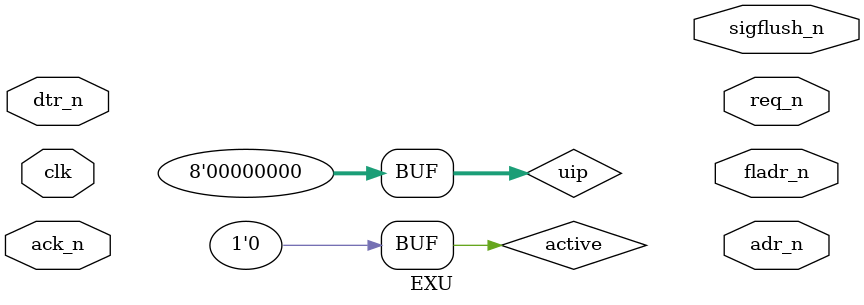
<source format=v>
`include "cpu/rom_uc.v"
`include "cpu/alu.v"
`include "cpu/regfile.v"

module EXU(
    input wire clk,

    // Flush
    output  reg sigflush_n,
    output  wire[20:0] fladr_n,

    // MEM Interface
    output  reg  req_n,
    input   wire ack_n,
    input   wire[15:0] dtr_n,
    output  reg [19:0] adr_n
);
    reg active = 0;
    reg[31:0] instr;

    reg[7:0] uip = 0;
    reg[15:0] uop;
    always @(negedge clk) begin
        uop <= rom_dout_p;
        /*if(!uop[15])
            fsm1 <= 0;*/
    end

    wire [15:0] rbus;
    reg[15:0] mar, mdr, imm;
    reg[3:0] rs, rd;
    wire[3:0] wadr, radr;
    assign wadr = uop[6:5] == 2'b11 ? rd : rs;
    assign radr = uop[13:12] == 2'b11 ? rd : rs;
    

    wire[15:0] rom_dout_p;
    ROM_UC rom(.clk(clk), .adr_n(uip), .dout_p(rom_dout_p));

    ALU alu0(
        .clk(clk)
    );

    REGFILE regs(
        .clk(clk)
    );
endmodule
</source>
